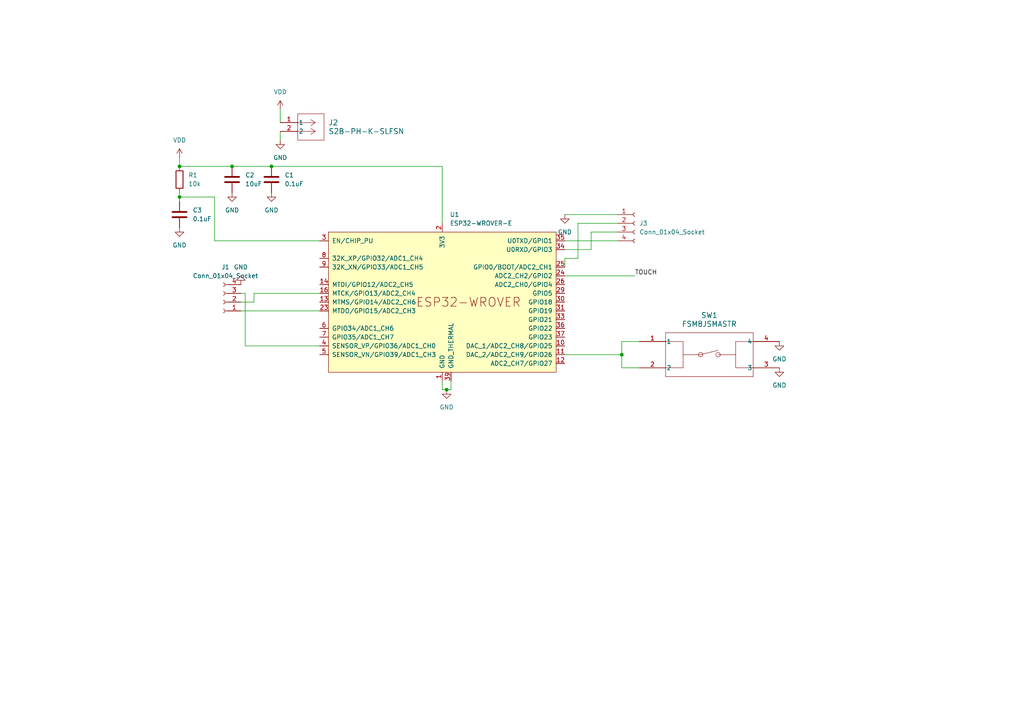
<source format=kicad_sch>
(kicad_sch (version 20230121) (generator eeschema)
  (paper "A4")
  (lib_symbols
    (symbol "2023-12-28_04-54-11:FSM8JSMASTR" (pin_names (offset 0.254))
      (property "Reference" "SW" (at 20.32 7.62 0))
      (property "Value" "FSM8JSMASTR" (at 20.32 5.08 0))
      (symbol "FSM8JSMASTR_0_1"
        (polyline (pts (xy 7.62 -10.16) (xy 33.02 -10.16)) (stroke (width 0.127)))
        (polyline (pts (xy 7.62 -7.62) (xy 12.7 -7.62)) (stroke (width 0.127)))
        (polyline (pts (xy 7.62 0) (xy 12.7 0)) (stroke (width 0.127)))
        (polyline (pts (xy 7.62 2.54) (xy 7.62 -10.16)) (stroke (width 0.127)))
        (polyline (pts (xy 12.7 -7.62) (xy 12.7 0)) (stroke (width 0.127)))
        (polyline (pts (xy 12.7 -3.81) (xy 17.78 -3.81)) (stroke (width 0.127)))
        (polyline (pts (xy 17.78 -3.81) (xy 22.86 -2.54)) (stroke (width 0.127)))
        (polyline (pts (xy 22.86 -3.81) (xy 27.94 -3.81)) (stroke (width 0.127)))
        (polyline (pts (xy 27.94 -7.62) (xy 33.02 -7.62)) (stroke (width 0.127)))
        (polyline (pts (xy 27.94 0) (xy 27.94 -7.62)) (stroke (width 0.127)))
        (polyline (pts (xy 27.94 0) (xy 33.02 0)) (stroke (width 0.127)))
        (polyline (pts (xy 33.02 -10.16) (xy 33.02 2.54)) (stroke (width 0.127)))
        (polyline (pts (xy 33.02 2.54) (xy 7.62 2.54)) (stroke (width 0.127)))
        (circle (center 17.78 -3.81) (radius 0.635) (stroke (width 0.127)))
        (circle (center 22.86 -3.81) (radius 0.635) (stroke (width 0.127)))
        (pin unspecified line (at 0 0 0) (length 7.62) (name "1") (number "1"))
        (pin unspecified line (at 0 -7.62 0) (length 7.62) (name "2") (number "2"))
        (pin unspecified line (at 40.64 -7.62 180) (length 7.62) (name "3") (number "3"))
        (pin unspecified line (at 40.64 0 180) (length 7.62) (name "4") (number "4"))
      )
    )
    (symbol "2024-01-24_18-27-34:S2B-PH-K-SLFSN" (pin_names (offset 0.254))
      (property "Reference" "J" (at 8.89 6.35 0))
      (property "Value" "S2B-PH-K-SLFSN" (at 0 0 0))
      (symbol "S2B-PH-K-SLFSN_1_1"
        (polyline (pts (xy 5.08 -5.08) (xy 12.7 -5.08)) (stroke (width 0.127)))
        (polyline (pts (xy 5.08 2.54) (xy 5.08 -5.08)) (stroke (width 0.127)))
        (polyline (pts (xy 10.16 -2.54) (xy 5.08 -2.54)) (stroke (width 0.127)))
        (polyline (pts (xy 10.16 -2.54) (xy 8.89 -3.3867)) (stroke (width 0.127)))
        (polyline (pts (xy 10.16 -2.54) (xy 8.89 -1.6933)) (stroke (width 0.127)))
        (polyline (pts (xy 10.16 0) (xy 5.08 0)) (stroke (width 0.127)))
        (polyline (pts (xy 10.16 0) (xy 8.89 -0.8467)) (stroke (width 0.127)))
        (polyline (pts (xy 10.16 0) (xy 8.89 0.8467)) (stroke (width 0.127)))
        (polyline (pts (xy 12.7 -5.08) (xy 12.7 2.54)) (stroke (width 0.127)))
        (polyline (pts (xy 12.7 2.54) (xy 5.08 2.54)) (stroke (width 0.127)))
        (pin unspecified line (at 0 0 0) (length 5.08) (name "1") (number "1"))
        (pin unspecified line (at 0 -2.54 0) (length 5.08) (name "2") (number "2"))
      )
      (symbol "S2B-PH-K-SLFSN_1_2"
        (polyline (pts (xy 5.08 -5.08) (xy 12.7 -5.08)) (stroke (width 0.127)))
        (polyline (pts (xy 5.08 2.54) (xy 5.08 -5.08)) (stroke (width 0.127)))
        (polyline (pts (xy 7.62 -2.54) (xy 5.08 -2.54)) (stroke (width 0.127)))
        (polyline (pts (xy 7.62 -2.54) (xy 8.89 -3.3867)) (stroke (width 0.127)))
        (polyline (pts (xy 7.62 -2.54) (xy 8.89 -1.6933)) (stroke (width 0.127)))
        (polyline (pts (xy 7.62 0) (xy 5.08 0)) (stroke (width 0.127)))
        (polyline (pts (xy 7.62 0) (xy 8.89 -0.8467)) (stroke (width 0.127)))
        (polyline (pts (xy 7.62 0) (xy 8.89 0.8467)) (stroke (width 0.127)))
        (polyline (pts (xy 12.7 -5.08) (xy 12.7 2.54)) (stroke (width 0.127)))
        (polyline (pts (xy 12.7 2.54) (xy 5.08 2.54)) (stroke (width 0.127)))
        (pin unspecified line (at 0 0 0) (length 5.08) (name "1") (number "1"))
        (pin unspecified line (at 0 -2.54 0) (length 5.08) (name "2") (number "2"))
      )
    )
    (symbol "Connector:Conn_01x04_Socket" (pin_names (offset 1.016) hide)
      (property "Reference" "J" (at 0 5.08 0))
      (property "Value" "Conn_01x04_Socket" (at 0 -7.62 0))
      (symbol "Conn_01x04_Socket_1_1"
        (arc (start 0 -4.572) (mid -0.5058 -5.08) (end 0 -5.588) (stroke (width 0.1524)))
        (arc (start 0 -2.032) (mid -0.5058 -2.54) (end 0 -3.048) (stroke (width 0.1524)))
        (polyline (pts (xy -1.27 -5.08) (xy -0.508 -5.08)) (stroke (width 0.1524)))
        (polyline (pts (xy -1.27 -2.54) (xy -0.508 -2.54)) (stroke (width 0.1524)))
        (polyline (pts (xy -1.27 0) (xy -0.508 0)) (stroke (width 0.1524)))
        (polyline (pts (xy -1.27 2.54) (xy -0.508 2.54)) (stroke (width 0.1524)))
        (arc (start 0 0.508) (mid -0.5058 0) (end 0 -0.508) (stroke (width 0.1524)))
        (arc (start 0 3.048) (mid -0.5058 2.54) (end 0 2.032) (stroke (width 0.1524)))
        (pin passive line (at -5.08 2.54 0) (length 3.81) (name "Pin_1") (number "1"))
        (pin passive line (at -5.08 0 0) (length 3.81) (name "Pin_2") (number "2"))
        (pin passive line (at -5.08 -2.54 0) (length 3.81) (name "Pin_3") (number "3"))
        (pin passive line (at -5.08 -5.08 0) (length 3.81) (name "Pin_4") (number "4"))
      )
    )
    (symbol "Device:C" (pin_numbers hide) (pin_names (offset 0.254))
      (property "Reference" "C" (at 0.635 2.54 0))
      (property "Value" "C" (at 0.635 -2.54 0))
      (symbol "C_0_1"
        (polyline (pts (xy -2.032 -0.762) (xy 2.032 -0.762)) (stroke (width 0.508)))
        (polyline (pts (xy -2.032 0.762) (xy 2.032 0.762)) (stroke (width 0.508)))
      )
      (symbol "C_1_1"
        (pin passive line (at 0 3.81 270) (length 2.794) (name "~") (number "1"))
        (pin passive line (at 0 -3.81 90) (length 2.794) (name "~") (number "2"))
      )
    )
    (symbol "Device:R" (pin_numbers hide) (pin_names (offset 0))
      (property "Reference" "R" (at 2.032 0 90))
      (property "Value" "R" (at 0 0 90))
      (symbol "R_0_1"
        (rectangle (start -1.016 -2.54) (end 1.016 2.54) (stroke (width 0.254)))
      )
      (symbol "R_1_1"
        (pin passive line (at 0 3.81 270) (length 1.27) (name "~") (number "1"))
        (pin passive line (at 0 -3.81 90) (length 1.27) (name "~") (number "2"))
      )
    )
    (symbol "PCM_Espressif:ESP32-WROVER-E" (pin_names (offset 1.016))
      (property "Reference" "U" (at -30.48 25.4 0))
      (property "Value" "ESP32-WROVER-E" (at -30.48 22.86 0))
      (symbol "ESP32-WROVER-E_0_1"
        (rectangle (start -33.02 20.32) (end 33.02 -20.32) (fill (type background)))
      )
      (symbol "ESP32-WROVER-E_1_1"
        (text "ESP32-­WROVER" (at 7.62 0 0) (effects (font (size 2.54 2.54))))
        (pin power_in line (at 0 -22.86 90) (length 2.54) (name "GND") (number "1"))
        (pin bidirectional line (at 35.56 -12.7 180) (length 2.54) (name "DAC_1/ADC2_CH8/GPIO25") (number "10"))
        (pin bidirectional line (at 35.56 -15.24 180) (length 2.54) (name "DAC_2/ADC2_CH9/GPIO26") (number "11"))
        (pin bidirectional line (at 35.56 -17.78 180) (length 2.54) (name "ADC2_CH7/GPIO27") (number "12"))
        (pin bidirectional line (at -35.56 0 0) (length 2.54) (name "MTMS/GPIO14/ADC2_CH6") (number "13"))
        (pin bidirectional line (at -35.56 5.08 0) (length 2.54) (name "MTDI/GPIO12/ADC2_CH5") (number "14"))
        (pin passive line (at 0 -22.86 90) (length 2.54) hide (name "GND") (number "15"))
        (pin bidirectional line (at -35.56 2.54 0) (length 2.54) (name "MTCK/GPIO13/ADC2_CH4") (number "16"))
        (pin power_in line (at 0 22.86 270) (length 2.54) (name "3V3") (number "2"))
        (pin bidirectional line (at -35.56 -2.54 0) (length 2.54) (name "MTDO/GPIO15/ADC2_CH3") (number "23"))
        (pin bidirectional line (at 35.56 7.62 180) (length 2.54) (name "ADC2_CH2/GPIO2") (number "24"))
        (pin bidirectional line (at 35.56 10.16 180) (length 2.54) (name "GPIO0/BOOT/ADC2_CH1") (number "25"))
        (pin bidirectional line (at 35.56 5.08 180) (length 2.54) (name "ADC2_CH0/GPIO4") (number "26"))
        (pin bidirectional line (at 35.56 2.54 180) (length 2.54) (name "GPIO5") (number "29"))
        (pin input line (at -35.56 17.78 0) (length 2.54) (name "EN/CHIP_PU") (number "3"))
        (pin bidirectional line (at 35.56 0 180) (length 2.54) (name "GPIO18") (number "30"))
        (pin bidirectional line (at 35.56 -2.54 180) (length 2.54) (name "GPIO19") (number "31"))
        (pin bidirectional line (at 35.56 -5.08 180) (length 2.54) (name "GPIO21") (number "33"))
        (pin bidirectional line (at 35.56 15.24 180) (length 2.54) (name "U0RXD/GPIO3") (number "34"))
        (pin bidirectional line (at 35.56 17.78 180) (length 2.54) (name "U0TXD/GPIO1") (number "35"))
        (pin bidirectional line (at 35.56 -7.62 180) (length 2.54) (name "GPIO22") (number "36"))
        (pin bidirectional line (at 35.56 -10.16 180) (length 2.54) (name "GPIO23") (number "37"))
        (pin passive line (at 0 -22.86 90) (length 2.54) hide (name "GND") (number "38"))
        (pin power_in line (at 2.54 -22.86 90) (length 2.54) (name "GND_THERMAL") (number "39"))
        (pin input line (at -35.56 -12.7 0) (length 2.54) (name "SENSOR_VP/GPIO36/ADC1_CH0") (number "4"))
        (pin input line (at -35.56 -15.24 0) (length 2.54) (name "SENSOR_VN/GPIO39/ADC1_CH3") (number "5"))
        (pin input line (at -35.56 -7.62 0) (length 2.54) (name "GPIO34/ADC1_CH6") (number "6"))
        (pin input line (at -35.56 -10.16 0) (length 2.54) (name "GPIO35/ADC1_CH7") (number "7"))
        (pin bidirectional line (at -35.56 12.7 0) (length 2.54) (name "32K_XP/GPIO32/ADC1_CH4") (number "8"))
        (pin bidirectional line (at -35.56 10.16 0) (length 2.54) (name "32K_XN/GPIO33/ADC1_CH5") (number "9"))
      )
    )
    (symbol "power:GND" (power) (pin_names (offset 0))
      (property "Value" "GND" (at 0 -3.81 0))
      (symbol "GND_0_1"
        (polyline (pts (xy 0 0) (xy 0 -1.27) (xy 1.27 -1.27) (xy 0 -2.54) (xy -1.27 -1.27) (xy 0 -1.27)))
      )
      (symbol "GND_1_1"
        (pin power_in line (at 0 0 270) (length 0) hide (name "GND") (number "1"))
      )
    )
    (symbol "power:VDD" (power) (pin_names (offset 0))
      (property "Value" "VDD" (at 0 3.81 0))
      (symbol "VDD_0_1"
        (polyline (pts (xy -0.762 1.27) (xy 0 2.54)))
        (polyline (pts (xy 0 0) (xy 0 2.54)))
        (polyline (pts (xy 0 2.54) (xy 0.762 1.27)))
      )
      (symbol "VDD_1_1"
        (pin power_in line (at 0 0 90) (length 0) hide (name "VDD") (number "1"))
      )
    )
  )
  (junction (at 67.31 48.26))
  (junction (at 180.34 102.87))
  (junction (at 78.74 48.26))
  (junction (at 52.07 48.26))
  (junction (at 129.54 113.03))
  (junction (at 52.07 57.15))
  (wire (pts (xy 62.23 57.15) (xy 52.07 57.15)))
  (wire (pts (xy 171.45 72.39) (xy 163.83 72.39)))
  (wire (pts (xy 163.83 62.23) (xy 179.07 62.23)))
  (wire (pts (xy 130.81 110.49) (xy 130.81 113.03)))
  (wire (pts (xy 167.64 74.93) (xy 167.64 64.77)))
  (wire (pts (xy 67.31 48.26) (xy 78.74 48.26)))
  (wire (pts (xy 69.85 85.09) (xy 71.12 85.09)))
  (wire (pts (xy 52.07 57.15) (xy 52.07 58.42)))
  (wire (pts (xy 163.83 69.85) (xy 179.07 69.85)))
  (wire (pts (xy 129.54 113.03) (xy 128.27 113.03)))
  (wire (pts (xy 130.81 113.03) (xy 129.54 113.03)))
  (wire (pts (xy 81.28 31.75) (xy 81.28 35.56)))
  (wire (pts (xy 92.71 85.09) (xy 73.66 85.09)))
  (wire (pts (xy 179.07 67.31) (xy 171.45 67.31)))
  (wire (pts (xy 62.23 69.85) (xy 62.23 57.15)))
  (wire (pts (xy 73.66 87.63) (xy 69.85 87.63)))
  (wire (pts (xy 167.64 64.77) (xy 179.07 64.77)))
  (wire (pts (xy 92.71 69.85) (xy 62.23 69.85)))
  (wire (pts (xy 128.27 64.77) (xy 128.27 48.26)))
  (wire (pts (xy 73.66 85.09) (xy 73.66 87.63)))
  (wire (pts (xy 163.83 77.47) (xy 163.83 74.93)))
  (wire (pts (xy 180.34 99.06) (xy 185.42 99.06)))
  (wire (pts (xy 71.12 85.09) (xy 71.12 100.33)))
  (wire (pts (xy 180.34 102.87) (xy 180.34 106.68)))
  (wire (pts (xy 163.83 74.93) (xy 167.64 74.93)))
  (wire (pts (xy 128.27 48.26) (xy 78.74 48.26)))
  (wire (pts (xy 71.12 100.33) (xy 92.71 100.33)))
  (wire (pts (xy 180.34 106.68) (xy 185.42 106.68)))
  (wire (pts (xy 52.07 48.26) (xy 67.31 48.26)))
  (wire (pts (xy 128.27 110.49) (xy 128.27 113.03)))
  (wire (pts (xy 81.28 38.1) (xy 81.28 40.64)))
  (wire (pts (xy 163.83 80.01) (xy 184.15 80.01)))
  (wire (pts (xy 180.34 102.87) (xy 180.34 99.06)))
  (wire (pts (xy 69.85 90.17) (xy 92.71 90.17)))
  (wire (pts (xy 52.07 45.72) (xy 52.07 48.26)))
  (wire (pts (xy 52.07 55.88) (xy 52.07 57.15)))
  (wire (pts (xy 163.83 102.87) (xy 180.34 102.87)))
  (wire (pts (xy 171.45 67.31) (xy 171.45 72.39)))
  (label "TOUCH" (at 184.15 80.01 0))
  (symbol (lib_id "Device:C") (at 78.74 52.07 0) (unit 1)
    (property "Reference" "C1" (at 82.55 50.8 0) (effects (justify left)))
    (property "Value" "0.1uF" (at 82.55 53.34 0) (effects (justify left)))
    (property "Footprint" "Capacitor_SMD:C_0201_0603Metric" (effects hide))
  )
  (symbol (lib_id "Device:C") (at 67.31 52.07 0) (unit 1)
    (property "Reference" "C2" (at 71.12 50.8 0) (effects (justify left)))
    (property "Value" "10uF" (at 71.12 53.34 0) (effects (justify left)))
    (property "Footprint" "Capacitor_SMD:C_0201_0603Metric" (effects hide))
  )
  (symbol (lib_id "power:VDD") (at 52.07 45.72 0) (unit 1)
    (property "Reference" "#3.01" (effects hide))
    (property "Value" "VDD" (at 52.07 40.64 0))
  )
  (symbol (lib_id "Connector:Conn_01x04_Socket") (at 64.77 87.63 180) (unit 1)
    (property "Reference" "J1" (at 65.405 77.47 0))
    (property "Value" "Conn_01x04_Socket" (at 65.405 80.01 0))
    (property "Footprint" "Connector:FanPinHeader_1x04_P2.54mm_Vertical" (effects hide))
  )
  (symbol (lib_id "power:GND") (at 69.85 82.55 180) (unit 1)
    (property "Reference" "#GND03" (effects hide))
    (property "Value" "GND" (at 69.85 77.47 0))
  )
  (symbol (lib_id "power:GND") (at 52.07 66.04 0) (unit 1)
    (property "Reference" "#GND0103" (effects hide))
    (property "Value" "GND" (at 52.07 71.12 0))
  )
  (symbol (lib_id "Connector:Conn_01x04_Socket") (at 184.15 64.77 0) (unit 1)
    (property "Reference" "J3" (at 185.42 64.77 0) (effects (justify left)))
    (property "Value" "Conn_01x04_Socket" (at 185.42 67.31 0) (effects (justify left)))
    (property "Footprint" "Connector:FanPinHeader_1x04_P2.54mm_Vertical" (effects hide))
  )
  (symbol (lib_id "2024-01-24_18-27-34:S2B-PH-K-SLFSN") (at 81.28 35.56 0) (unit 1)
    (property "Reference" "J2" (at 95.25 35.56 0) (effects (font (size 1.524 1.524)) (justify left)))
    (property "Value" "S2B-PH-K-SLFSN" (at 95.25 38.1 0) (effects (font (size 1.524 1.524)) (justify left)))
    (property "Footprint" "CONN_S2B-PH-K-S_JST" (effects hide))
    (property "Datasheet" "S2B-PH-K-SLFSN" (effects hide))
  )
  (symbol (lib_id "power:GND") (at 226.06 99.06 0) (unit 1)
    (property "Reference" "#GND02" (effects hide))
    (property "Value" "GND" (at 226.06 104.14 0))
  )
  (symbol (lib_id "power:GND") (at 226.06 106.68 0) (unit 1)
    (property "Reference" "#GND01" (effects hide))
    (property "Value" "GND" (at 226.06 111.76 0))
  )
  (symbol (lib_id "Device:C") (at 52.07 62.23 0) (unit 1)
    (property "Reference" "C3" (at 55.88 60.96 0) (effects (justify left)))
    (property "Value" "0.1uF" (at 55.88 63.5 0) (effects (justify left)))
    (property "Footprint" "Capacitor_SMD:C_0201_0603Metric" (effects hide))
  )
  (symbol (lib_id "power:GND") (at 163.83 62.23 0) (unit 1)
    (property "Reference" "#GND05" (effects hide))
    (property "Value" "GND" (at 163.83 67.31 0))
  )
  (symbol (lib_id "power:VDD") (at 81.28 31.75 0) (unit 1)
    (property "Reference" "#3.02" (effects hide))
    (property "Value" "VDD" (at 81.28 26.67 0))
  )
  (symbol (lib_id "power:GND") (at 81.28 40.64 0) (unit 1)
    (property "Reference" "#GND04" (effects hide))
    (property "Value" "GND" (at 81.28 45.72 0))
  )
  (symbol (lib_id "Device:R") (at 52.07 52.07 0) (unit 1)
    (property "Reference" "R1" (at 54.61 50.8 0) (effects (justify left)))
    (property "Value" "10k" (at 54.61 53.34 0) (effects (justify left)))
    (property "Footprint" "Resistor_SMD:R_0201_0603Metric" (effects hide))
  )
  (symbol (lib_id "power:GND") (at 67.31 55.88 0) (unit 1)
    (property "Reference" "#GND0101" (effects hide))
    (property "Value" "GND" (at 67.31 60.96 0))
  )
  (symbol (lib_id "PCM_Espressif:ESP32-WROVER-E") (at 128.27 87.63 0) (unit 1)
    (property "Reference" "U1" (at 130.4641 62.23 0) (effects (justify left)))
    (property "Value" "ESP32-WROVER-E" (at 130.4641 64.77 0) (effects (justify left)))
    (property "Footprint" "PCM_Espressif:ESP32-WROVER-E" (effects hide))
    (property "Datasheet" "https://www.espressif.com/sites/default/files/documentation/esp32-wrover-e_esp32-wrover-ie_datasheet_en.pdf" (effects hide))
  )
  (symbol (lib_id "2023-12-28_04-54-11:FSM8JSMASTR") (at 185.42 99.06 0) (unit 1)
    (property "Reference" "SW1" (at 205.74 91.44 0) (effects (font (size 1.524 1.524))))
    (property "Value" "FSM8JSMASTR" (at 205.74 93.98 0) (effects (font (size 1.524 1.524))))
    (property "Footprint" "SW4_FSM8JSMASTR_TEC" (effects hide))
    (property "Datasheet" "FSM8JSMASTR" (effects hide))
  )
  (symbol (lib_id "power:GND") (at 78.74 55.88 0) (unit 1)
    (property "Reference" "#GND0102" (effects hide))
    (property "Value" "GND" (at 78.74 60.96 0))
  )
  (symbol (lib_id "power:GND") (at 129.54 113.03 0) (unit 1)
    (property "Reference" "#GND0104" (effects hide))
    (property "Value" "GND" (at 129.54 118.11 0))
  )
)
</source>
